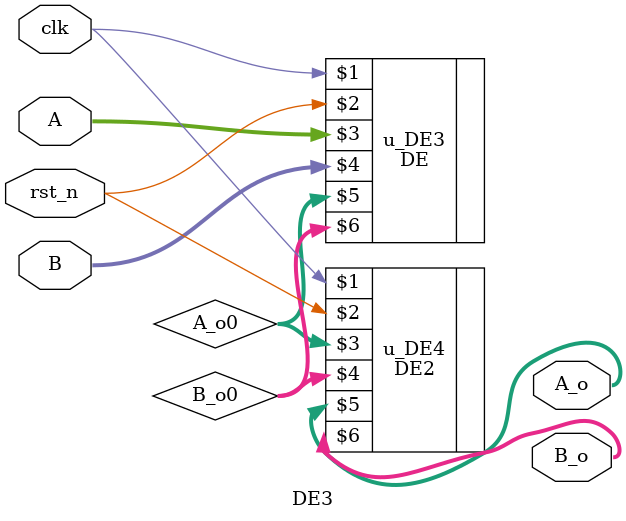
<source format=v>
module DE3(
	input clk,
	input rst_n,
	
	input  [7:0]    A,
	input  [7:0]    B,
	
	output wire [7:0]    A_o,
	output wire [7:0]    B_o
);
	wire [7:0]A_o0,B_o0;
	
	DE u_DE3(clk,rst_n,A,B,A_o0,B_o0);
	DE2 u_DE4(clk,rst_n,A_o0,B_o0,A_o,B_o);
	
endmodule
</source>
